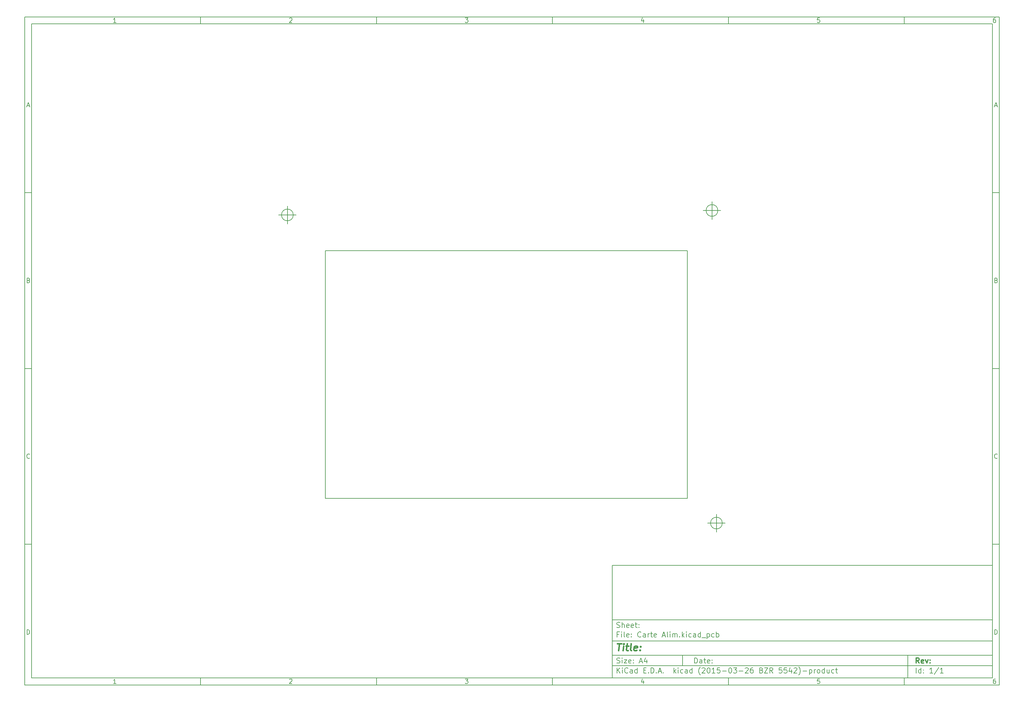
<source format=gbr>
G04 #@! TF.FileFunction,Profile,NP*
%FSLAX46Y46*%
G04 Gerber Fmt 4.6, Leading zero omitted, Abs format (unit mm)*
G04 Created by KiCad (PCBNEW (2015-03-26 BZR 5542)-product) date mer. 01 avril 2015 23:54:02 CEST*
%MOMM*%
G01*
G04 APERTURE LIST*
%ADD10C,0.150000*%
%ADD11C,0.300000*%
%ADD12C,0.400000*%
G04 APERTURE END LIST*
D10*
X177002200Y-166007200D02*
X177002200Y-198007200D01*
X285002200Y-198007200D01*
X285002200Y-166007200D01*
X177002200Y-166007200D01*
X10000000Y-10000000D02*
X10000000Y-200007200D01*
X287002200Y-200007200D01*
X287002200Y-10000000D01*
X10000000Y-10000000D01*
X12000000Y-12000000D02*
X12000000Y-198007200D01*
X285002200Y-198007200D01*
X285002200Y-12000000D01*
X12000000Y-12000000D01*
X60000000Y-12000000D02*
X60000000Y-10000000D01*
X110000000Y-12000000D02*
X110000000Y-10000000D01*
X160000000Y-12000000D02*
X160000000Y-10000000D01*
X210000000Y-12000000D02*
X210000000Y-10000000D01*
X260000000Y-12000000D02*
X260000000Y-10000000D01*
X35990476Y-11588095D02*
X35247619Y-11588095D01*
X35619048Y-11588095D02*
X35619048Y-10288095D01*
X35495238Y-10473810D01*
X35371429Y-10597619D01*
X35247619Y-10659524D01*
X85247619Y-10411905D02*
X85309524Y-10350000D01*
X85433333Y-10288095D01*
X85742857Y-10288095D01*
X85866667Y-10350000D01*
X85928571Y-10411905D01*
X85990476Y-10535714D01*
X85990476Y-10659524D01*
X85928571Y-10845238D01*
X85185714Y-11588095D01*
X85990476Y-11588095D01*
X135185714Y-10288095D02*
X135990476Y-10288095D01*
X135557143Y-10783333D01*
X135742857Y-10783333D01*
X135866667Y-10845238D01*
X135928571Y-10907143D01*
X135990476Y-11030952D01*
X135990476Y-11340476D01*
X135928571Y-11464286D01*
X135866667Y-11526190D01*
X135742857Y-11588095D01*
X135371429Y-11588095D01*
X135247619Y-11526190D01*
X135185714Y-11464286D01*
X185866667Y-10721429D02*
X185866667Y-11588095D01*
X185557143Y-10226190D02*
X185247619Y-11154762D01*
X186052381Y-11154762D01*
X235928571Y-10288095D02*
X235309524Y-10288095D01*
X235247619Y-10907143D01*
X235309524Y-10845238D01*
X235433333Y-10783333D01*
X235742857Y-10783333D01*
X235866667Y-10845238D01*
X235928571Y-10907143D01*
X235990476Y-11030952D01*
X235990476Y-11340476D01*
X235928571Y-11464286D01*
X235866667Y-11526190D01*
X235742857Y-11588095D01*
X235433333Y-11588095D01*
X235309524Y-11526190D01*
X235247619Y-11464286D01*
X285866667Y-10288095D02*
X285619048Y-10288095D01*
X285495238Y-10350000D01*
X285433333Y-10411905D01*
X285309524Y-10597619D01*
X285247619Y-10845238D01*
X285247619Y-11340476D01*
X285309524Y-11464286D01*
X285371429Y-11526190D01*
X285495238Y-11588095D01*
X285742857Y-11588095D01*
X285866667Y-11526190D01*
X285928571Y-11464286D01*
X285990476Y-11340476D01*
X285990476Y-11030952D01*
X285928571Y-10907143D01*
X285866667Y-10845238D01*
X285742857Y-10783333D01*
X285495238Y-10783333D01*
X285371429Y-10845238D01*
X285309524Y-10907143D01*
X285247619Y-11030952D01*
X60000000Y-198007200D02*
X60000000Y-200007200D01*
X110000000Y-198007200D02*
X110000000Y-200007200D01*
X160000000Y-198007200D02*
X160000000Y-200007200D01*
X210000000Y-198007200D02*
X210000000Y-200007200D01*
X260000000Y-198007200D02*
X260000000Y-200007200D01*
X35990476Y-199595295D02*
X35247619Y-199595295D01*
X35619048Y-199595295D02*
X35619048Y-198295295D01*
X35495238Y-198481010D01*
X35371429Y-198604819D01*
X35247619Y-198666724D01*
X85247619Y-198419105D02*
X85309524Y-198357200D01*
X85433333Y-198295295D01*
X85742857Y-198295295D01*
X85866667Y-198357200D01*
X85928571Y-198419105D01*
X85990476Y-198542914D01*
X85990476Y-198666724D01*
X85928571Y-198852438D01*
X85185714Y-199595295D01*
X85990476Y-199595295D01*
X135185714Y-198295295D02*
X135990476Y-198295295D01*
X135557143Y-198790533D01*
X135742857Y-198790533D01*
X135866667Y-198852438D01*
X135928571Y-198914343D01*
X135990476Y-199038152D01*
X135990476Y-199347676D01*
X135928571Y-199471486D01*
X135866667Y-199533390D01*
X135742857Y-199595295D01*
X135371429Y-199595295D01*
X135247619Y-199533390D01*
X135185714Y-199471486D01*
X185866667Y-198728629D02*
X185866667Y-199595295D01*
X185557143Y-198233390D02*
X185247619Y-199161962D01*
X186052381Y-199161962D01*
X235928571Y-198295295D02*
X235309524Y-198295295D01*
X235247619Y-198914343D01*
X235309524Y-198852438D01*
X235433333Y-198790533D01*
X235742857Y-198790533D01*
X235866667Y-198852438D01*
X235928571Y-198914343D01*
X235990476Y-199038152D01*
X235990476Y-199347676D01*
X235928571Y-199471486D01*
X235866667Y-199533390D01*
X235742857Y-199595295D01*
X235433333Y-199595295D01*
X235309524Y-199533390D01*
X235247619Y-199471486D01*
X285866667Y-198295295D02*
X285619048Y-198295295D01*
X285495238Y-198357200D01*
X285433333Y-198419105D01*
X285309524Y-198604819D01*
X285247619Y-198852438D01*
X285247619Y-199347676D01*
X285309524Y-199471486D01*
X285371429Y-199533390D01*
X285495238Y-199595295D01*
X285742857Y-199595295D01*
X285866667Y-199533390D01*
X285928571Y-199471486D01*
X285990476Y-199347676D01*
X285990476Y-199038152D01*
X285928571Y-198914343D01*
X285866667Y-198852438D01*
X285742857Y-198790533D01*
X285495238Y-198790533D01*
X285371429Y-198852438D01*
X285309524Y-198914343D01*
X285247619Y-199038152D01*
X10000000Y-60000000D02*
X12000000Y-60000000D01*
X10000000Y-110000000D02*
X12000000Y-110000000D01*
X10000000Y-160000000D02*
X12000000Y-160000000D01*
X10690476Y-35216667D02*
X11309524Y-35216667D01*
X10566667Y-35588095D02*
X11000000Y-34288095D01*
X11433333Y-35588095D01*
X11092857Y-84907143D02*
X11278571Y-84969048D01*
X11340476Y-85030952D01*
X11402381Y-85154762D01*
X11402381Y-85340476D01*
X11340476Y-85464286D01*
X11278571Y-85526190D01*
X11154762Y-85588095D01*
X10659524Y-85588095D01*
X10659524Y-84288095D01*
X11092857Y-84288095D01*
X11216667Y-84350000D01*
X11278571Y-84411905D01*
X11340476Y-84535714D01*
X11340476Y-84659524D01*
X11278571Y-84783333D01*
X11216667Y-84845238D01*
X11092857Y-84907143D01*
X10659524Y-84907143D01*
X11402381Y-135464286D02*
X11340476Y-135526190D01*
X11154762Y-135588095D01*
X11030952Y-135588095D01*
X10845238Y-135526190D01*
X10721429Y-135402381D01*
X10659524Y-135278571D01*
X10597619Y-135030952D01*
X10597619Y-134845238D01*
X10659524Y-134597619D01*
X10721429Y-134473810D01*
X10845238Y-134350000D01*
X11030952Y-134288095D01*
X11154762Y-134288095D01*
X11340476Y-134350000D01*
X11402381Y-134411905D01*
X10659524Y-185588095D02*
X10659524Y-184288095D01*
X10969048Y-184288095D01*
X11154762Y-184350000D01*
X11278571Y-184473810D01*
X11340476Y-184597619D01*
X11402381Y-184845238D01*
X11402381Y-185030952D01*
X11340476Y-185278571D01*
X11278571Y-185402381D01*
X11154762Y-185526190D01*
X10969048Y-185588095D01*
X10659524Y-185588095D01*
X287002200Y-60000000D02*
X285002200Y-60000000D01*
X287002200Y-110000000D02*
X285002200Y-110000000D01*
X287002200Y-160000000D02*
X285002200Y-160000000D01*
X285692676Y-35216667D02*
X286311724Y-35216667D01*
X285568867Y-35588095D02*
X286002200Y-34288095D01*
X286435533Y-35588095D01*
X286095057Y-84907143D02*
X286280771Y-84969048D01*
X286342676Y-85030952D01*
X286404581Y-85154762D01*
X286404581Y-85340476D01*
X286342676Y-85464286D01*
X286280771Y-85526190D01*
X286156962Y-85588095D01*
X285661724Y-85588095D01*
X285661724Y-84288095D01*
X286095057Y-84288095D01*
X286218867Y-84350000D01*
X286280771Y-84411905D01*
X286342676Y-84535714D01*
X286342676Y-84659524D01*
X286280771Y-84783333D01*
X286218867Y-84845238D01*
X286095057Y-84907143D01*
X285661724Y-84907143D01*
X286404581Y-135464286D02*
X286342676Y-135526190D01*
X286156962Y-135588095D01*
X286033152Y-135588095D01*
X285847438Y-135526190D01*
X285723629Y-135402381D01*
X285661724Y-135278571D01*
X285599819Y-135030952D01*
X285599819Y-134845238D01*
X285661724Y-134597619D01*
X285723629Y-134473810D01*
X285847438Y-134350000D01*
X286033152Y-134288095D01*
X286156962Y-134288095D01*
X286342676Y-134350000D01*
X286404581Y-134411905D01*
X285661724Y-185588095D02*
X285661724Y-184288095D01*
X285971248Y-184288095D01*
X286156962Y-184350000D01*
X286280771Y-184473810D01*
X286342676Y-184597619D01*
X286404581Y-184845238D01*
X286404581Y-185030952D01*
X286342676Y-185278571D01*
X286280771Y-185402381D01*
X286156962Y-185526190D01*
X285971248Y-185588095D01*
X285661724Y-185588095D01*
X200359343Y-193785771D02*
X200359343Y-192285771D01*
X200716486Y-192285771D01*
X200930771Y-192357200D01*
X201073629Y-192500057D01*
X201145057Y-192642914D01*
X201216486Y-192928629D01*
X201216486Y-193142914D01*
X201145057Y-193428629D01*
X201073629Y-193571486D01*
X200930771Y-193714343D01*
X200716486Y-193785771D01*
X200359343Y-193785771D01*
X202502200Y-193785771D02*
X202502200Y-193000057D01*
X202430771Y-192857200D01*
X202287914Y-192785771D01*
X202002200Y-192785771D01*
X201859343Y-192857200D01*
X202502200Y-193714343D02*
X202359343Y-193785771D01*
X202002200Y-193785771D01*
X201859343Y-193714343D01*
X201787914Y-193571486D01*
X201787914Y-193428629D01*
X201859343Y-193285771D01*
X202002200Y-193214343D01*
X202359343Y-193214343D01*
X202502200Y-193142914D01*
X203002200Y-192785771D02*
X203573629Y-192785771D01*
X203216486Y-192285771D02*
X203216486Y-193571486D01*
X203287914Y-193714343D01*
X203430772Y-193785771D01*
X203573629Y-193785771D01*
X204645057Y-193714343D02*
X204502200Y-193785771D01*
X204216486Y-193785771D01*
X204073629Y-193714343D01*
X204002200Y-193571486D01*
X204002200Y-193000057D01*
X204073629Y-192857200D01*
X204216486Y-192785771D01*
X204502200Y-192785771D01*
X204645057Y-192857200D01*
X204716486Y-193000057D01*
X204716486Y-193142914D01*
X204002200Y-193285771D01*
X205359343Y-193642914D02*
X205430771Y-193714343D01*
X205359343Y-193785771D01*
X205287914Y-193714343D01*
X205359343Y-193642914D01*
X205359343Y-193785771D01*
X205359343Y-192857200D02*
X205430771Y-192928629D01*
X205359343Y-193000057D01*
X205287914Y-192928629D01*
X205359343Y-192857200D01*
X205359343Y-193000057D01*
X177002200Y-194507200D02*
X285002200Y-194507200D01*
X178359343Y-196585771D02*
X178359343Y-195085771D01*
X179216486Y-196585771D02*
X178573629Y-195728629D01*
X179216486Y-195085771D02*
X178359343Y-195942914D01*
X179859343Y-196585771D02*
X179859343Y-195585771D01*
X179859343Y-195085771D02*
X179787914Y-195157200D01*
X179859343Y-195228629D01*
X179930771Y-195157200D01*
X179859343Y-195085771D01*
X179859343Y-195228629D01*
X181430772Y-196442914D02*
X181359343Y-196514343D01*
X181145057Y-196585771D01*
X181002200Y-196585771D01*
X180787915Y-196514343D01*
X180645057Y-196371486D01*
X180573629Y-196228629D01*
X180502200Y-195942914D01*
X180502200Y-195728629D01*
X180573629Y-195442914D01*
X180645057Y-195300057D01*
X180787915Y-195157200D01*
X181002200Y-195085771D01*
X181145057Y-195085771D01*
X181359343Y-195157200D01*
X181430772Y-195228629D01*
X182716486Y-196585771D02*
X182716486Y-195800057D01*
X182645057Y-195657200D01*
X182502200Y-195585771D01*
X182216486Y-195585771D01*
X182073629Y-195657200D01*
X182716486Y-196514343D02*
X182573629Y-196585771D01*
X182216486Y-196585771D01*
X182073629Y-196514343D01*
X182002200Y-196371486D01*
X182002200Y-196228629D01*
X182073629Y-196085771D01*
X182216486Y-196014343D01*
X182573629Y-196014343D01*
X182716486Y-195942914D01*
X184073629Y-196585771D02*
X184073629Y-195085771D01*
X184073629Y-196514343D02*
X183930772Y-196585771D01*
X183645058Y-196585771D01*
X183502200Y-196514343D01*
X183430772Y-196442914D01*
X183359343Y-196300057D01*
X183359343Y-195871486D01*
X183430772Y-195728629D01*
X183502200Y-195657200D01*
X183645058Y-195585771D01*
X183930772Y-195585771D01*
X184073629Y-195657200D01*
X185930772Y-195800057D02*
X186430772Y-195800057D01*
X186645058Y-196585771D02*
X185930772Y-196585771D01*
X185930772Y-195085771D01*
X186645058Y-195085771D01*
X187287915Y-196442914D02*
X187359343Y-196514343D01*
X187287915Y-196585771D01*
X187216486Y-196514343D01*
X187287915Y-196442914D01*
X187287915Y-196585771D01*
X188002201Y-196585771D02*
X188002201Y-195085771D01*
X188359344Y-195085771D01*
X188573629Y-195157200D01*
X188716487Y-195300057D01*
X188787915Y-195442914D01*
X188859344Y-195728629D01*
X188859344Y-195942914D01*
X188787915Y-196228629D01*
X188716487Y-196371486D01*
X188573629Y-196514343D01*
X188359344Y-196585771D01*
X188002201Y-196585771D01*
X189502201Y-196442914D02*
X189573629Y-196514343D01*
X189502201Y-196585771D01*
X189430772Y-196514343D01*
X189502201Y-196442914D01*
X189502201Y-196585771D01*
X190145058Y-196157200D02*
X190859344Y-196157200D01*
X190002201Y-196585771D02*
X190502201Y-195085771D01*
X191002201Y-196585771D01*
X191502201Y-196442914D02*
X191573629Y-196514343D01*
X191502201Y-196585771D01*
X191430772Y-196514343D01*
X191502201Y-196442914D01*
X191502201Y-196585771D01*
X194502201Y-196585771D02*
X194502201Y-195085771D01*
X194645058Y-196014343D02*
X195073629Y-196585771D01*
X195073629Y-195585771D02*
X194502201Y-196157200D01*
X195716487Y-196585771D02*
X195716487Y-195585771D01*
X195716487Y-195085771D02*
X195645058Y-195157200D01*
X195716487Y-195228629D01*
X195787915Y-195157200D01*
X195716487Y-195085771D01*
X195716487Y-195228629D01*
X197073630Y-196514343D02*
X196930773Y-196585771D01*
X196645059Y-196585771D01*
X196502201Y-196514343D01*
X196430773Y-196442914D01*
X196359344Y-196300057D01*
X196359344Y-195871486D01*
X196430773Y-195728629D01*
X196502201Y-195657200D01*
X196645059Y-195585771D01*
X196930773Y-195585771D01*
X197073630Y-195657200D01*
X198359344Y-196585771D02*
X198359344Y-195800057D01*
X198287915Y-195657200D01*
X198145058Y-195585771D01*
X197859344Y-195585771D01*
X197716487Y-195657200D01*
X198359344Y-196514343D02*
X198216487Y-196585771D01*
X197859344Y-196585771D01*
X197716487Y-196514343D01*
X197645058Y-196371486D01*
X197645058Y-196228629D01*
X197716487Y-196085771D01*
X197859344Y-196014343D01*
X198216487Y-196014343D01*
X198359344Y-195942914D01*
X199716487Y-196585771D02*
X199716487Y-195085771D01*
X199716487Y-196514343D02*
X199573630Y-196585771D01*
X199287916Y-196585771D01*
X199145058Y-196514343D01*
X199073630Y-196442914D01*
X199002201Y-196300057D01*
X199002201Y-195871486D01*
X199073630Y-195728629D01*
X199145058Y-195657200D01*
X199287916Y-195585771D01*
X199573630Y-195585771D01*
X199716487Y-195657200D01*
X202002201Y-197157200D02*
X201930773Y-197085771D01*
X201787916Y-196871486D01*
X201716487Y-196728629D01*
X201645058Y-196514343D01*
X201573630Y-196157200D01*
X201573630Y-195871486D01*
X201645058Y-195514343D01*
X201716487Y-195300057D01*
X201787916Y-195157200D01*
X201930773Y-194942914D01*
X202002201Y-194871486D01*
X202502201Y-195228629D02*
X202573630Y-195157200D01*
X202716487Y-195085771D01*
X203073630Y-195085771D01*
X203216487Y-195157200D01*
X203287916Y-195228629D01*
X203359344Y-195371486D01*
X203359344Y-195514343D01*
X203287916Y-195728629D01*
X202430773Y-196585771D01*
X203359344Y-196585771D01*
X204287915Y-195085771D02*
X204430772Y-195085771D01*
X204573629Y-195157200D01*
X204645058Y-195228629D01*
X204716487Y-195371486D01*
X204787915Y-195657200D01*
X204787915Y-196014343D01*
X204716487Y-196300057D01*
X204645058Y-196442914D01*
X204573629Y-196514343D01*
X204430772Y-196585771D01*
X204287915Y-196585771D01*
X204145058Y-196514343D01*
X204073629Y-196442914D01*
X204002201Y-196300057D01*
X203930772Y-196014343D01*
X203930772Y-195657200D01*
X204002201Y-195371486D01*
X204073629Y-195228629D01*
X204145058Y-195157200D01*
X204287915Y-195085771D01*
X206216486Y-196585771D02*
X205359343Y-196585771D01*
X205787915Y-196585771D02*
X205787915Y-195085771D01*
X205645058Y-195300057D01*
X205502200Y-195442914D01*
X205359343Y-195514343D01*
X207573629Y-195085771D02*
X206859343Y-195085771D01*
X206787914Y-195800057D01*
X206859343Y-195728629D01*
X207002200Y-195657200D01*
X207359343Y-195657200D01*
X207502200Y-195728629D01*
X207573629Y-195800057D01*
X207645057Y-195942914D01*
X207645057Y-196300057D01*
X207573629Y-196442914D01*
X207502200Y-196514343D01*
X207359343Y-196585771D01*
X207002200Y-196585771D01*
X206859343Y-196514343D01*
X206787914Y-196442914D01*
X208287914Y-196014343D02*
X209430771Y-196014343D01*
X210430771Y-195085771D02*
X210573628Y-195085771D01*
X210716485Y-195157200D01*
X210787914Y-195228629D01*
X210859343Y-195371486D01*
X210930771Y-195657200D01*
X210930771Y-196014343D01*
X210859343Y-196300057D01*
X210787914Y-196442914D01*
X210716485Y-196514343D01*
X210573628Y-196585771D01*
X210430771Y-196585771D01*
X210287914Y-196514343D01*
X210216485Y-196442914D01*
X210145057Y-196300057D01*
X210073628Y-196014343D01*
X210073628Y-195657200D01*
X210145057Y-195371486D01*
X210216485Y-195228629D01*
X210287914Y-195157200D01*
X210430771Y-195085771D01*
X211430771Y-195085771D02*
X212359342Y-195085771D01*
X211859342Y-195657200D01*
X212073628Y-195657200D01*
X212216485Y-195728629D01*
X212287914Y-195800057D01*
X212359342Y-195942914D01*
X212359342Y-196300057D01*
X212287914Y-196442914D01*
X212216485Y-196514343D01*
X212073628Y-196585771D01*
X211645056Y-196585771D01*
X211502199Y-196514343D01*
X211430771Y-196442914D01*
X213002199Y-196014343D02*
X214145056Y-196014343D01*
X214787913Y-195228629D02*
X214859342Y-195157200D01*
X215002199Y-195085771D01*
X215359342Y-195085771D01*
X215502199Y-195157200D01*
X215573628Y-195228629D01*
X215645056Y-195371486D01*
X215645056Y-195514343D01*
X215573628Y-195728629D01*
X214716485Y-196585771D01*
X215645056Y-196585771D01*
X216930770Y-195085771D02*
X216645056Y-195085771D01*
X216502199Y-195157200D01*
X216430770Y-195228629D01*
X216287913Y-195442914D01*
X216216484Y-195728629D01*
X216216484Y-196300057D01*
X216287913Y-196442914D01*
X216359341Y-196514343D01*
X216502199Y-196585771D01*
X216787913Y-196585771D01*
X216930770Y-196514343D01*
X217002199Y-196442914D01*
X217073627Y-196300057D01*
X217073627Y-195942914D01*
X217002199Y-195800057D01*
X216930770Y-195728629D01*
X216787913Y-195657200D01*
X216502199Y-195657200D01*
X216359341Y-195728629D01*
X216287913Y-195800057D01*
X216216484Y-195942914D01*
X219359341Y-195800057D02*
X219573627Y-195871486D01*
X219645055Y-195942914D01*
X219716484Y-196085771D01*
X219716484Y-196300057D01*
X219645055Y-196442914D01*
X219573627Y-196514343D01*
X219430769Y-196585771D01*
X218859341Y-196585771D01*
X218859341Y-195085771D01*
X219359341Y-195085771D01*
X219502198Y-195157200D01*
X219573627Y-195228629D01*
X219645055Y-195371486D01*
X219645055Y-195514343D01*
X219573627Y-195657200D01*
X219502198Y-195728629D01*
X219359341Y-195800057D01*
X218859341Y-195800057D01*
X220216484Y-195085771D02*
X221216484Y-195085771D01*
X220216484Y-196585771D01*
X221216484Y-196585771D01*
X222645055Y-196585771D02*
X222145055Y-195871486D01*
X221787912Y-196585771D02*
X221787912Y-195085771D01*
X222359340Y-195085771D01*
X222502198Y-195157200D01*
X222573626Y-195228629D01*
X222645055Y-195371486D01*
X222645055Y-195585771D01*
X222573626Y-195728629D01*
X222502198Y-195800057D01*
X222359340Y-195871486D01*
X221787912Y-195871486D01*
X225145055Y-195085771D02*
X224430769Y-195085771D01*
X224359340Y-195800057D01*
X224430769Y-195728629D01*
X224573626Y-195657200D01*
X224930769Y-195657200D01*
X225073626Y-195728629D01*
X225145055Y-195800057D01*
X225216483Y-195942914D01*
X225216483Y-196300057D01*
X225145055Y-196442914D01*
X225073626Y-196514343D01*
X224930769Y-196585771D01*
X224573626Y-196585771D01*
X224430769Y-196514343D01*
X224359340Y-196442914D01*
X226573626Y-195085771D02*
X225859340Y-195085771D01*
X225787911Y-195800057D01*
X225859340Y-195728629D01*
X226002197Y-195657200D01*
X226359340Y-195657200D01*
X226502197Y-195728629D01*
X226573626Y-195800057D01*
X226645054Y-195942914D01*
X226645054Y-196300057D01*
X226573626Y-196442914D01*
X226502197Y-196514343D01*
X226359340Y-196585771D01*
X226002197Y-196585771D01*
X225859340Y-196514343D01*
X225787911Y-196442914D01*
X227930768Y-195585771D02*
X227930768Y-196585771D01*
X227573625Y-195014343D02*
X227216482Y-196085771D01*
X228145054Y-196085771D01*
X228645053Y-195228629D02*
X228716482Y-195157200D01*
X228859339Y-195085771D01*
X229216482Y-195085771D01*
X229359339Y-195157200D01*
X229430768Y-195228629D01*
X229502196Y-195371486D01*
X229502196Y-195514343D01*
X229430768Y-195728629D01*
X228573625Y-196585771D01*
X229502196Y-196585771D01*
X230002196Y-197157200D02*
X230073624Y-197085771D01*
X230216481Y-196871486D01*
X230287910Y-196728629D01*
X230359339Y-196514343D01*
X230430767Y-196157200D01*
X230430767Y-195871486D01*
X230359339Y-195514343D01*
X230287910Y-195300057D01*
X230216481Y-195157200D01*
X230073624Y-194942914D01*
X230002196Y-194871486D01*
X231145053Y-196014343D02*
X232287910Y-196014343D01*
X233002196Y-195585771D02*
X233002196Y-197085771D01*
X233002196Y-195657200D02*
X233145053Y-195585771D01*
X233430767Y-195585771D01*
X233573624Y-195657200D01*
X233645053Y-195728629D01*
X233716482Y-195871486D01*
X233716482Y-196300057D01*
X233645053Y-196442914D01*
X233573624Y-196514343D01*
X233430767Y-196585771D01*
X233145053Y-196585771D01*
X233002196Y-196514343D01*
X234359339Y-196585771D02*
X234359339Y-195585771D01*
X234359339Y-195871486D02*
X234430767Y-195728629D01*
X234502196Y-195657200D01*
X234645053Y-195585771D01*
X234787910Y-195585771D01*
X235502196Y-196585771D02*
X235359338Y-196514343D01*
X235287910Y-196442914D01*
X235216481Y-196300057D01*
X235216481Y-195871486D01*
X235287910Y-195728629D01*
X235359338Y-195657200D01*
X235502196Y-195585771D01*
X235716481Y-195585771D01*
X235859338Y-195657200D01*
X235930767Y-195728629D01*
X236002196Y-195871486D01*
X236002196Y-196300057D01*
X235930767Y-196442914D01*
X235859338Y-196514343D01*
X235716481Y-196585771D01*
X235502196Y-196585771D01*
X237287910Y-196585771D02*
X237287910Y-195085771D01*
X237287910Y-196514343D02*
X237145053Y-196585771D01*
X236859339Y-196585771D01*
X236716481Y-196514343D01*
X236645053Y-196442914D01*
X236573624Y-196300057D01*
X236573624Y-195871486D01*
X236645053Y-195728629D01*
X236716481Y-195657200D01*
X236859339Y-195585771D01*
X237145053Y-195585771D01*
X237287910Y-195657200D01*
X238645053Y-195585771D02*
X238645053Y-196585771D01*
X238002196Y-195585771D02*
X238002196Y-196371486D01*
X238073624Y-196514343D01*
X238216482Y-196585771D01*
X238430767Y-196585771D01*
X238573624Y-196514343D01*
X238645053Y-196442914D01*
X240002196Y-196514343D02*
X239859339Y-196585771D01*
X239573625Y-196585771D01*
X239430767Y-196514343D01*
X239359339Y-196442914D01*
X239287910Y-196300057D01*
X239287910Y-195871486D01*
X239359339Y-195728629D01*
X239430767Y-195657200D01*
X239573625Y-195585771D01*
X239859339Y-195585771D01*
X240002196Y-195657200D01*
X240430767Y-195585771D02*
X241002196Y-195585771D01*
X240645053Y-195085771D02*
X240645053Y-196371486D01*
X240716481Y-196514343D01*
X240859339Y-196585771D01*
X241002196Y-196585771D01*
X177002200Y-191507200D02*
X285002200Y-191507200D01*
D11*
X264216486Y-193785771D02*
X263716486Y-193071486D01*
X263359343Y-193785771D02*
X263359343Y-192285771D01*
X263930771Y-192285771D01*
X264073629Y-192357200D01*
X264145057Y-192428629D01*
X264216486Y-192571486D01*
X264216486Y-192785771D01*
X264145057Y-192928629D01*
X264073629Y-193000057D01*
X263930771Y-193071486D01*
X263359343Y-193071486D01*
X265430771Y-193714343D02*
X265287914Y-193785771D01*
X265002200Y-193785771D01*
X264859343Y-193714343D01*
X264787914Y-193571486D01*
X264787914Y-193000057D01*
X264859343Y-192857200D01*
X265002200Y-192785771D01*
X265287914Y-192785771D01*
X265430771Y-192857200D01*
X265502200Y-193000057D01*
X265502200Y-193142914D01*
X264787914Y-193285771D01*
X266002200Y-192785771D02*
X266359343Y-193785771D01*
X266716485Y-192785771D01*
X267287914Y-193642914D02*
X267359342Y-193714343D01*
X267287914Y-193785771D01*
X267216485Y-193714343D01*
X267287914Y-193642914D01*
X267287914Y-193785771D01*
X267287914Y-192857200D02*
X267359342Y-192928629D01*
X267287914Y-193000057D01*
X267216485Y-192928629D01*
X267287914Y-192857200D01*
X267287914Y-193000057D01*
D10*
X178287914Y-193714343D02*
X178502200Y-193785771D01*
X178859343Y-193785771D01*
X179002200Y-193714343D01*
X179073629Y-193642914D01*
X179145057Y-193500057D01*
X179145057Y-193357200D01*
X179073629Y-193214343D01*
X179002200Y-193142914D01*
X178859343Y-193071486D01*
X178573629Y-193000057D01*
X178430771Y-192928629D01*
X178359343Y-192857200D01*
X178287914Y-192714343D01*
X178287914Y-192571486D01*
X178359343Y-192428629D01*
X178430771Y-192357200D01*
X178573629Y-192285771D01*
X178930771Y-192285771D01*
X179145057Y-192357200D01*
X179787914Y-193785771D02*
X179787914Y-192785771D01*
X179787914Y-192285771D02*
X179716485Y-192357200D01*
X179787914Y-192428629D01*
X179859342Y-192357200D01*
X179787914Y-192285771D01*
X179787914Y-192428629D01*
X180359343Y-192785771D02*
X181145057Y-192785771D01*
X180359343Y-193785771D01*
X181145057Y-193785771D01*
X182287914Y-193714343D02*
X182145057Y-193785771D01*
X181859343Y-193785771D01*
X181716486Y-193714343D01*
X181645057Y-193571486D01*
X181645057Y-193000057D01*
X181716486Y-192857200D01*
X181859343Y-192785771D01*
X182145057Y-192785771D01*
X182287914Y-192857200D01*
X182359343Y-193000057D01*
X182359343Y-193142914D01*
X181645057Y-193285771D01*
X183002200Y-193642914D02*
X183073628Y-193714343D01*
X183002200Y-193785771D01*
X182930771Y-193714343D01*
X183002200Y-193642914D01*
X183002200Y-193785771D01*
X183002200Y-192857200D02*
X183073628Y-192928629D01*
X183002200Y-193000057D01*
X182930771Y-192928629D01*
X183002200Y-192857200D01*
X183002200Y-193000057D01*
X184787914Y-193357200D02*
X185502200Y-193357200D01*
X184645057Y-193785771D02*
X185145057Y-192285771D01*
X185645057Y-193785771D01*
X186787914Y-192785771D02*
X186787914Y-193785771D01*
X186430771Y-192214343D02*
X186073628Y-193285771D01*
X187002200Y-193285771D01*
X263359343Y-196585771D02*
X263359343Y-195085771D01*
X264716486Y-196585771D02*
X264716486Y-195085771D01*
X264716486Y-196514343D02*
X264573629Y-196585771D01*
X264287915Y-196585771D01*
X264145057Y-196514343D01*
X264073629Y-196442914D01*
X264002200Y-196300057D01*
X264002200Y-195871486D01*
X264073629Y-195728629D01*
X264145057Y-195657200D01*
X264287915Y-195585771D01*
X264573629Y-195585771D01*
X264716486Y-195657200D01*
X265430772Y-196442914D02*
X265502200Y-196514343D01*
X265430772Y-196585771D01*
X265359343Y-196514343D01*
X265430772Y-196442914D01*
X265430772Y-196585771D01*
X265430772Y-195657200D02*
X265502200Y-195728629D01*
X265430772Y-195800057D01*
X265359343Y-195728629D01*
X265430772Y-195657200D01*
X265430772Y-195800057D01*
X268073629Y-196585771D02*
X267216486Y-196585771D01*
X267645058Y-196585771D02*
X267645058Y-195085771D01*
X267502201Y-195300057D01*
X267359343Y-195442914D01*
X267216486Y-195514343D01*
X269787914Y-195014343D02*
X268502200Y-196942914D01*
X271073629Y-196585771D02*
X270216486Y-196585771D01*
X270645058Y-196585771D02*
X270645058Y-195085771D01*
X270502201Y-195300057D01*
X270359343Y-195442914D01*
X270216486Y-195514343D01*
X177002200Y-187507200D02*
X285002200Y-187507200D01*
D12*
X178454581Y-188211962D02*
X179597438Y-188211962D01*
X178776010Y-190211962D02*
X179026010Y-188211962D01*
X180014105Y-190211962D02*
X180180771Y-188878629D01*
X180264105Y-188211962D02*
X180156962Y-188307200D01*
X180240295Y-188402438D01*
X180347439Y-188307200D01*
X180264105Y-188211962D01*
X180240295Y-188402438D01*
X180847438Y-188878629D02*
X181609343Y-188878629D01*
X181216486Y-188211962D02*
X181002200Y-189926248D01*
X181073630Y-190116724D01*
X181252201Y-190211962D01*
X181442677Y-190211962D01*
X182395058Y-190211962D02*
X182216487Y-190116724D01*
X182145057Y-189926248D01*
X182359343Y-188211962D01*
X183930772Y-190116724D02*
X183728391Y-190211962D01*
X183347439Y-190211962D01*
X183168867Y-190116724D01*
X183097438Y-189926248D01*
X183192676Y-189164343D01*
X183311724Y-188973867D01*
X183514105Y-188878629D01*
X183895057Y-188878629D01*
X184073629Y-188973867D01*
X184145057Y-189164343D01*
X184121248Y-189354819D01*
X183145057Y-189545295D01*
X184895057Y-190021486D02*
X184978392Y-190116724D01*
X184871248Y-190211962D01*
X184787915Y-190116724D01*
X184895057Y-190021486D01*
X184871248Y-190211962D01*
X185026010Y-188973867D02*
X185109344Y-189069105D01*
X185002200Y-189164343D01*
X184918867Y-189069105D01*
X185026010Y-188973867D01*
X185002200Y-189164343D01*
D10*
X178859343Y-185600057D02*
X178359343Y-185600057D01*
X178359343Y-186385771D02*
X178359343Y-184885771D01*
X179073629Y-184885771D01*
X179645057Y-186385771D02*
X179645057Y-185385771D01*
X179645057Y-184885771D02*
X179573628Y-184957200D01*
X179645057Y-185028629D01*
X179716485Y-184957200D01*
X179645057Y-184885771D01*
X179645057Y-185028629D01*
X180573629Y-186385771D02*
X180430771Y-186314343D01*
X180359343Y-186171486D01*
X180359343Y-184885771D01*
X181716485Y-186314343D02*
X181573628Y-186385771D01*
X181287914Y-186385771D01*
X181145057Y-186314343D01*
X181073628Y-186171486D01*
X181073628Y-185600057D01*
X181145057Y-185457200D01*
X181287914Y-185385771D01*
X181573628Y-185385771D01*
X181716485Y-185457200D01*
X181787914Y-185600057D01*
X181787914Y-185742914D01*
X181073628Y-185885771D01*
X182430771Y-186242914D02*
X182502199Y-186314343D01*
X182430771Y-186385771D01*
X182359342Y-186314343D01*
X182430771Y-186242914D01*
X182430771Y-186385771D01*
X182430771Y-185457200D02*
X182502199Y-185528629D01*
X182430771Y-185600057D01*
X182359342Y-185528629D01*
X182430771Y-185457200D01*
X182430771Y-185600057D01*
X185145057Y-186242914D02*
X185073628Y-186314343D01*
X184859342Y-186385771D01*
X184716485Y-186385771D01*
X184502200Y-186314343D01*
X184359342Y-186171486D01*
X184287914Y-186028629D01*
X184216485Y-185742914D01*
X184216485Y-185528629D01*
X184287914Y-185242914D01*
X184359342Y-185100057D01*
X184502200Y-184957200D01*
X184716485Y-184885771D01*
X184859342Y-184885771D01*
X185073628Y-184957200D01*
X185145057Y-185028629D01*
X186430771Y-186385771D02*
X186430771Y-185600057D01*
X186359342Y-185457200D01*
X186216485Y-185385771D01*
X185930771Y-185385771D01*
X185787914Y-185457200D01*
X186430771Y-186314343D02*
X186287914Y-186385771D01*
X185930771Y-186385771D01*
X185787914Y-186314343D01*
X185716485Y-186171486D01*
X185716485Y-186028629D01*
X185787914Y-185885771D01*
X185930771Y-185814343D01*
X186287914Y-185814343D01*
X186430771Y-185742914D01*
X187145057Y-186385771D02*
X187145057Y-185385771D01*
X187145057Y-185671486D02*
X187216485Y-185528629D01*
X187287914Y-185457200D01*
X187430771Y-185385771D01*
X187573628Y-185385771D01*
X187859342Y-185385771D02*
X188430771Y-185385771D01*
X188073628Y-184885771D02*
X188073628Y-186171486D01*
X188145056Y-186314343D01*
X188287914Y-186385771D01*
X188430771Y-186385771D01*
X189502199Y-186314343D02*
X189359342Y-186385771D01*
X189073628Y-186385771D01*
X188930771Y-186314343D01*
X188859342Y-186171486D01*
X188859342Y-185600057D01*
X188930771Y-185457200D01*
X189073628Y-185385771D01*
X189359342Y-185385771D01*
X189502199Y-185457200D01*
X189573628Y-185600057D01*
X189573628Y-185742914D01*
X188859342Y-185885771D01*
X191287913Y-185957200D02*
X192002199Y-185957200D01*
X191145056Y-186385771D02*
X191645056Y-184885771D01*
X192145056Y-186385771D01*
X192859342Y-186385771D02*
X192716484Y-186314343D01*
X192645056Y-186171486D01*
X192645056Y-184885771D01*
X193430770Y-186385771D02*
X193430770Y-185385771D01*
X193430770Y-184885771D02*
X193359341Y-184957200D01*
X193430770Y-185028629D01*
X193502198Y-184957200D01*
X193430770Y-184885771D01*
X193430770Y-185028629D01*
X194145056Y-186385771D02*
X194145056Y-185385771D01*
X194145056Y-185528629D02*
X194216484Y-185457200D01*
X194359342Y-185385771D01*
X194573627Y-185385771D01*
X194716484Y-185457200D01*
X194787913Y-185600057D01*
X194787913Y-186385771D01*
X194787913Y-185600057D02*
X194859342Y-185457200D01*
X195002199Y-185385771D01*
X195216484Y-185385771D01*
X195359342Y-185457200D01*
X195430770Y-185600057D01*
X195430770Y-186385771D01*
X196145056Y-186242914D02*
X196216484Y-186314343D01*
X196145056Y-186385771D01*
X196073627Y-186314343D01*
X196145056Y-186242914D01*
X196145056Y-186385771D01*
X196859342Y-186385771D02*
X196859342Y-184885771D01*
X197002199Y-185814343D02*
X197430770Y-186385771D01*
X197430770Y-185385771D02*
X196859342Y-185957200D01*
X198073628Y-186385771D02*
X198073628Y-185385771D01*
X198073628Y-184885771D02*
X198002199Y-184957200D01*
X198073628Y-185028629D01*
X198145056Y-184957200D01*
X198073628Y-184885771D01*
X198073628Y-185028629D01*
X199430771Y-186314343D02*
X199287914Y-186385771D01*
X199002200Y-186385771D01*
X198859342Y-186314343D01*
X198787914Y-186242914D01*
X198716485Y-186100057D01*
X198716485Y-185671486D01*
X198787914Y-185528629D01*
X198859342Y-185457200D01*
X199002200Y-185385771D01*
X199287914Y-185385771D01*
X199430771Y-185457200D01*
X200716485Y-186385771D02*
X200716485Y-185600057D01*
X200645056Y-185457200D01*
X200502199Y-185385771D01*
X200216485Y-185385771D01*
X200073628Y-185457200D01*
X200716485Y-186314343D02*
X200573628Y-186385771D01*
X200216485Y-186385771D01*
X200073628Y-186314343D01*
X200002199Y-186171486D01*
X200002199Y-186028629D01*
X200073628Y-185885771D01*
X200216485Y-185814343D01*
X200573628Y-185814343D01*
X200716485Y-185742914D01*
X202073628Y-186385771D02*
X202073628Y-184885771D01*
X202073628Y-186314343D02*
X201930771Y-186385771D01*
X201645057Y-186385771D01*
X201502199Y-186314343D01*
X201430771Y-186242914D01*
X201359342Y-186100057D01*
X201359342Y-185671486D01*
X201430771Y-185528629D01*
X201502199Y-185457200D01*
X201645057Y-185385771D01*
X201930771Y-185385771D01*
X202073628Y-185457200D01*
X202430771Y-186528629D02*
X203573628Y-186528629D01*
X203930771Y-185385771D02*
X203930771Y-186885771D01*
X203930771Y-185457200D02*
X204073628Y-185385771D01*
X204359342Y-185385771D01*
X204502199Y-185457200D01*
X204573628Y-185528629D01*
X204645057Y-185671486D01*
X204645057Y-186100057D01*
X204573628Y-186242914D01*
X204502199Y-186314343D01*
X204359342Y-186385771D01*
X204073628Y-186385771D01*
X203930771Y-186314343D01*
X205930771Y-186314343D02*
X205787914Y-186385771D01*
X205502200Y-186385771D01*
X205359342Y-186314343D01*
X205287914Y-186242914D01*
X205216485Y-186100057D01*
X205216485Y-185671486D01*
X205287914Y-185528629D01*
X205359342Y-185457200D01*
X205502200Y-185385771D01*
X205787914Y-185385771D01*
X205930771Y-185457200D01*
X206573628Y-186385771D02*
X206573628Y-184885771D01*
X206573628Y-185457200D02*
X206716485Y-185385771D01*
X207002199Y-185385771D01*
X207145056Y-185457200D01*
X207216485Y-185528629D01*
X207287914Y-185671486D01*
X207287914Y-186100057D01*
X207216485Y-186242914D01*
X207145056Y-186314343D01*
X207002199Y-186385771D01*
X206716485Y-186385771D01*
X206573628Y-186314343D01*
X177002200Y-181507200D02*
X285002200Y-181507200D01*
X178287914Y-183614343D02*
X178502200Y-183685771D01*
X178859343Y-183685771D01*
X179002200Y-183614343D01*
X179073629Y-183542914D01*
X179145057Y-183400057D01*
X179145057Y-183257200D01*
X179073629Y-183114343D01*
X179002200Y-183042914D01*
X178859343Y-182971486D01*
X178573629Y-182900057D01*
X178430771Y-182828629D01*
X178359343Y-182757200D01*
X178287914Y-182614343D01*
X178287914Y-182471486D01*
X178359343Y-182328629D01*
X178430771Y-182257200D01*
X178573629Y-182185771D01*
X178930771Y-182185771D01*
X179145057Y-182257200D01*
X179787914Y-183685771D02*
X179787914Y-182185771D01*
X180430771Y-183685771D02*
X180430771Y-182900057D01*
X180359342Y-182757200D01*
X180216485Y-182685771D01*
X180002200Y-182685771D01*
X179859342Y-182757200D01*
X179787914Y-182828629D01*
X181716485Y-183614343D02*
X181573628Y-183685771D01*
X181287914Y-183685771D01*
X181145057Y-183614343D01*
X181073628Y-183471486D01*
X181073628Y-182900057D01*
X181145057Y-182757200D01*
X181287914Y-182685771D01*
X181573628Y-182685771D01*
X181716485Y-182757200D01*
X181787914Y-182900057D01*
X181787914Y-183042914D01*
X181073628Y-183185771D01*
X183002199Y-183614343D02*
X182859342Y-183685771D01*
X182573628Y-183685771D01*
X182430771Y-183614343D01*
X182359342Y-183471486D01*
X182359342Y-182900057D01*
X182430771Y-182757200D01*
X182573628Y-182685771D01*
X182859342Y-182685771D01*
X183002199Y-182757200D01*
X183073628Y-182900057D01*
X183073628Y-183042914D01*
X182359342Y-183185771D01*
X183502199Y-182685771D02*
X184073628Y-182685771D01*
X183716485Y-182185771D02*
X183716485Y-183471486D01*
X183787913Y-183614343D01*
X183930771Y-183685771D01*
X184073628Y-183685771D01*
X184573628Y-183542914D02*
X184645056Y-183614343D01*
X184573628Y-183685771D01*
X184502199Y-183614343D01*
X184573628Y-183542914D01*
X184573628Y-183685771D01*
X184573628Y-182757200D02*
X184645056Y-182828629D01*
X184573628Y-182900057D01*
X184502199Y-182828629D01*
X184573628Y-182757200D01*
X184573628Y-182900057D01*
X197002200Y-191507200D02*
X197002200Y-194507200D01*
X261002200Y-191507200D02*
X261002200Y-198007200D01*
X208256666Y-153950000D02*
G75*
G03X208256666Y-153950000I-1666666J0D01*
G01*
X204090000Y-153950000D02*
X209090000Y-153950000D01*
X206590000Y-151450000D02*
X206590000Y-156450000D01*
X206986666Y-65050000D02*
G75*
G03X206986666Y-65050000I-1666666J0D01*
G01*
X202820000Y-65050000D02*
X207820000Y-65050000D01*
X205320000Y-62550000D02*
X205320000Y-67550000D01*
X86336666Y-66320000D02*
G75*
G03X86336666Y-66320000I-1666666J0D01*
G01*
X82170000Y-66320000D02*
X87170000Y-66320000D01*
X84670000Y-63820000D02*
X84670000Y-68820000D01*
X95465000Y-76480000D02*
X105625000Y-76480000D01*
X95465000Y-146965000D02*
X95465000Y-76480000D01*
X198335000Y-146965000D02*
X95465000Y-146965000D01*
X198335000Y-76480000D02*
X198335000Y-146965000D01*
X95465000Y-76480000D02*
X198335000Y-76480000D01*
M02*

</source>
